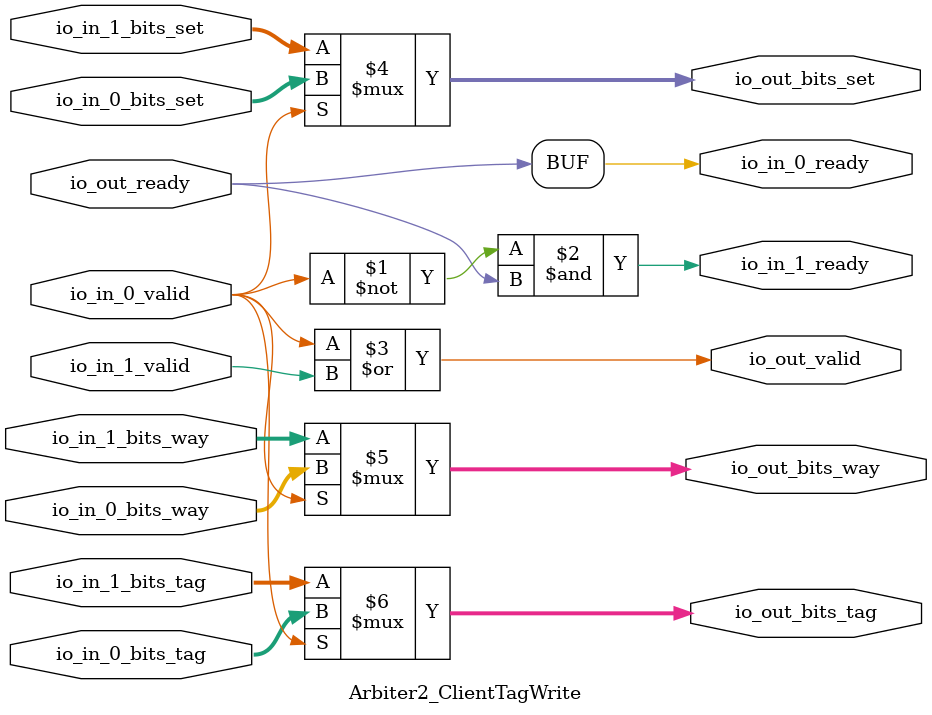
<source format=sv>
`ifndef RANDOMIZE
  `ifdef RANDOMIZE_MEM_INIT
    `define RANDOMIZE
  `endif // RANDOMIZE_MEM_INIT
`endif // not def RANDOMIZE
`ifndef RANDOMIZE
  `ifdef RANDOMIZE_REG_INIT
    `define RANDOMIZE
  `endif // RANDOMIZE_REG_INIT
`endif // not def RANDOMIZE

`ifndef RANDOM
  `define RANDOM $random
`endif // not def RANDOM

// Users can define INIT_RANDOM as general code that gets injected into the
// initializer block for modules with registers.
`ifndef INIT_RANDOM
  `define INIT_RANDOM
`endif // not def INIT_RANDOM

// If using random initialization, you can also define RANDOMIZE_DELAY to
// customize the delay used, otherwise 0.002 is used.
`ifndef RANDOMIZE_DELAY
  `define RANDOMIZE_DELAY 0.002
`endif // not def RANDOMIZE_DELAY

// Define INIT_RANDOM_PROLOG_ for use in our modules below.
`ifndef INIT_RANDOM_PROLOG_
  `ifdef RANDOMIZE
    `ifdef VERILATOR
      `define INIT_RANDOM_PROLOG_ `INIT_RANDOM
    `else  // VERILATOR
      `define INIT_RANDOM_PROLOG_ `INIT_RANDOM #`RANDOMIZE_DELAY begin end
    `endif // VERILATOR
  `else  // RANDOMIZE
    `define INIT_RANDOM_PROLOG_
  `endif // RANDOMIZE
`endif // not def INIT_RANDOM_PROLOG_

// Include register initializers in init blocks unless synthesis is set
`ifndef SYNTHESIS
  `ifndef ENABLE_INITIAL_REG_
    `define ENABLE_INITIAL_REG_
  `endif // not def ENABLE_INITIAL_REG_
`endif // not def SYNTHESIS

// Include rmemory initializers in init blocks unless synthesis is set
`ifndef SYNTHESIS
  `ifndef ENABLE_INITIAL_MEM_
    `define ENABLE_INITIAL_MEM_
  `endif // not def ENABLE_INITIAL_MEM_
`endif // not def SYNTHESIS

module Arbiter2_ClientTagWrite(
  output        io_in_0_ready,
  input         io_in_0_valid,
  input  [10:0] io_in_0_bits_set,
  input  [3:0]  io_in_0_bits_way,
  input  [16:0] io_in_0_bits_tag,
  output        io_in_1_ready,
  input         io_in_1_valid,
  input  [10:0] io_in_1_bits_set,
  input  [3:0]  io_in_1_bits_way,
  input  [16:0] io_in_1_bits_tag,
  input         io_out_ready,
  output        io_out_valid,
  output [10:0] io_out_bits_set,
  output [3:0]  io_out_bits_way,
  output [16:0] io_out_bits_tag
);

  assign io_in_0_ready = io_out_ready;
  assign io_in_1_ready = ~io_in_0_valid & io_out_ready;
  assign io_out_valid = io_in_0_valid | io_in_1_valid;
  assign io_out_bits_set = io_in_0_valid ? io_in_0_bits_set : io_in_1_bits_set;
  assign io_out_bits_way = io_in_0_valid ? io_in_0_bits_way : io_in_1_bits_way;
  assign io_out_bits_tag = io_in_0_valid ? io_in_0_bits_tag : io_in_1_bits_tag;
endmodule


</source>
